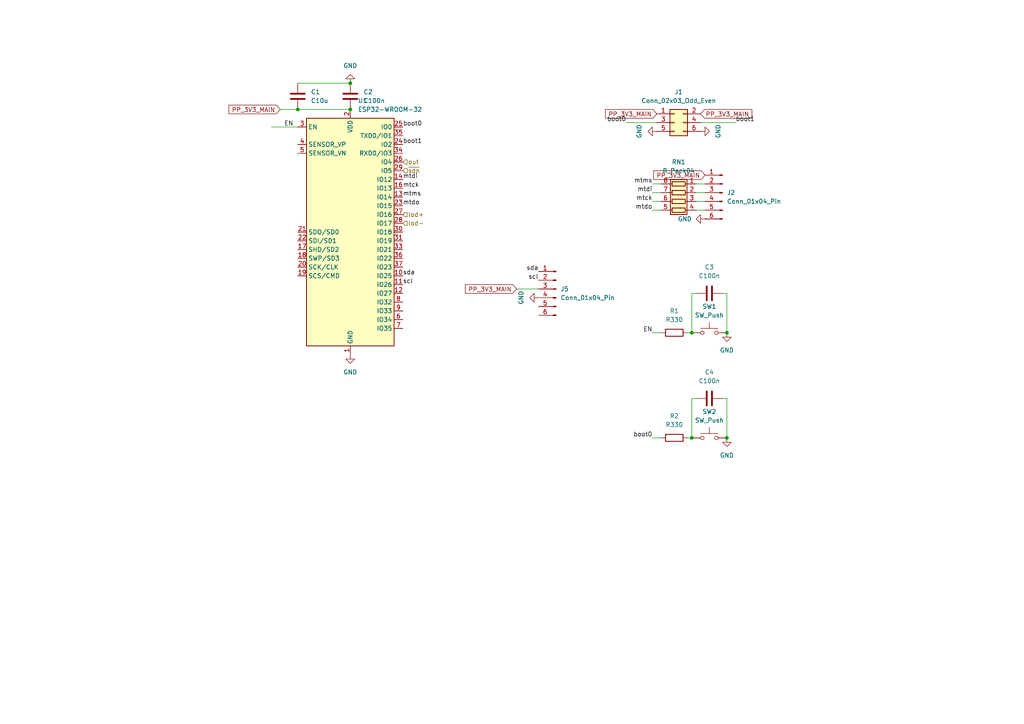
<source format=kicad_sch>
(kicad_sch (version 20231120) (generator "eeschema") (generator_version "8.0")
  (paper "A4")
  (lib_symbols
    (symbol "Connector:Conn_01x06_Pin" (pin_names (offset 1.016) hide)
      (property "Reference" "J" (at 0 7.62 0))
      (property "Value" "Conn_01x06_Pin" (at 0 -10.16 0))
      (symbol "Conn_01x06_Pin_1_1"
        (polyline (pts (xy 1.27 -7.62) (xy 0.8636 -7.62)) (stroke (width 0.1524)))
        (polyline (pts (xy 1.27 -5.08) (xy 0.8636 -5.08)) (stroke (width 0.1524)))
        (polyline (pts (xy 1.27 -2.54) (xy 0.8636 -2.54)) (stroke (width 0.1524)))
        (polyline (pts (xy 1.27 0) (xy 0.8636 0)) (stroke (width 0.1524)))
        (polyline (pts (xy 1.27 2.54) (xy 0.8636 2.54)) (stroke (width 0.1524)))
        (polyline (pts (xy 1.27 5.08) (xy 0.8636 5.08)) (stroke (width 0.1524)))
        (rectangle (start 0.8636 -7.493) (end 0 -7.747) (stroke (width 0.1524)) (fill (type outline)))
        (rectangle (start 0.8636 -4.953) (end 0 -5.207) (stroke (width 0.1524)) (fill (type outline)))
        (rectangle (start 0.8636 -2.413) (end 0 -2.667) (stroke (width 0.1524)) (fill (type outline)))
        (rectangle (start 0.8636 0.127) (end 0 -0.127) (stroke (width 0.1524)) (fill (type outline)))
        (rectangle (start 0.8636 2.667) (end 0 2.413) (stroke (width 0.1524)) (fill (type outline)))
        (rectangle (start 0.8636 5.207) (end 0 4.953) (stroke (width 0.1524)) (fill (type outline)))
        (pin passive line (at 5.08 5.08 180) (length 3.81) (name "Pin_1") (number "1"))
        (pin passive line (at 5.08 2.54 180) (length 3.81) (name "Pin_2") (number "2"))
        (pin passive line (at 5.08 0 180) (length 3.81) (name "Pin_3") (number "3"))
        (pin passive line (at 5.08 -2.54 180) (length 3.81) (name "Pin_4") (number "4"))
        (pin passive line (at 5.08 -5.08 180) (length 3.81) (name "Pin_5") (number "5"))
        (pin passive line (at 5.08 -7.62 180) (length 3.81) (name "Pin_6") (number "6"))
      )
    )
    (symbol "Connector_Generic:Conn_02x03_Odd_Even" (pin_names (offset 1.016) hide)
      (property "Reference" "J" (at 1.27 5.08 0))
      (property "Value" "Conn_02x03_Odd_Even" (at 1.27 -5.08 0))
      (symbol "Conn_02x03_Odd_Even_1_1"
        (rectangle (start -1.27 -2.413) (end 0 -2.667) (stroke (width 0.1524)))
        (rectangle (start -1.27 0.127) (end 0 -0.127) (stroke (width 0.1524)))
        (rectangle (start -1.27 2.667) (end 0 2.413) (stroke (width 0.1524)))
        (rectangle (start -1.27 3.81) (end 3.81 -3.81) (stroke (width 0.254)) (fill (type background)))
        (rectangle (start 3.81 -2.413) (end 2.54 -2.667) (stroke (width 0.1524)))
        (rectangle (start 3.81 0.127) (end 2.54 -0.127) (stroke (width 0.1524)))
        (rectangle (start 3.81 2.667) (end 2.54 2.413) (stroke (width 0.1524)))
        (pin passive line (at -5.08 2.54 0) (length 3.81) (name "Pin_1") (number "1"))
        (pin passive line (at 7.62 2.54 180) (length 3.81) (name "Pin_2") (number "2"))
        (pin passive line (at -5.08 0 0) (length 3.81) (name "Pin_3") (number "3"))
        (pin passive line (at 7.62 0 180) (length 3.81) (name "Pin_4") (number "4"))
        (pin passive line (at -5.08 -2.54 0) (length 3.81) (name "Pin_5") (number "5"))
        (pin passive line (at 7.62 -2.54 180) (length 3.81) (name "Pin_6") (number "6"))
      )
    )
    (symbol "Device:C" (pin_numbers hide) (pin_names (offset 0.254))
      (property "Reference" "C" (at 0.635 2.54 0))
      (property "Value" "C" (at 0.635 -2.54 0))
      (symbol "C_0_1"
        (polyline (pts (xy -2.032 -0.762) (xy 2.032 -0.762)) (stroke (width 0.508)))
        (polyline (pts (xy -2.032 0.762) (xy 2.032 0.762)) (stroke (width 0.508)))
      )
      (symbol "C_1_1"
        (pin passive line (at 0 3.81 270) (length 2.794) (name "~") (number "1"))
        (pin passive line (at 0 -3.81 90) (length 2.794) (name "~") (number "2"))
      )
    )
    (symbol "Device:R" (pin_numbers hide) (pin_names (offset 0))
      (property "Reference" "R" (at 2.032 0 90))
      (property "Value" "R" (at 0 0 90))
      (symbol "R_0_1"
        (rectangle (start -1.016 -2.54) (end 1.016 2.54) (stroke (width 0.254)))
      )
      (symbol "R_1_1"
        (pin passive line (at 0 3.81 270) (length 1.27) (name "~") (number "1"))
        (pin passive line (at 0 -3.81 90) (length 1.27) (name "~") (number "2"))
      )
    )
    (symbol "Device:R_Pack04" (pin_names (offset 0) hide)
      (property "Reference" "RN" (at -7.62 0 90))
      (property "Value" "R_Pack04" (at 5.08 0 90))
      (symbol "R_Pack04_0_1"
        (rectangle (start -6.35 -2.413) (end 3.81 2.413) (stroke (width 0.254)) (fill (type background)))
        (rectangle (start -5.715 1.905) (end -4.445 -1.905) (stroke (width 0.254)))
        (rectangle (start -3.175 1.905) (end -1.905 -1.905) (stroke (width 0.254)))
        (rectangle (start -0.635 1.905) (end 0.635 -1.905) (stroke (width 0.254)))
        (polyline (pts (xy -5.08 -2.54) (xy -5.08 -1.905)))
        (polyline (pts (xy -5.08 1.905) (xy -5.08 2.54)))
        (polyline (pts (xy -2.54 -2.54) (xy -2.54 -1.905)))
        (polyline (pts (xy -2.54 1.905) (xy -2.54 2.54)))
        (polyline (pts (xy 0 -2.54) (xy 0 -1.905)))
        (polyline (pts (xy 0 1.905) (xy 0 2.54)))
        (polyline (pts (xy 2.54 -2.54) (xy 2.54 -1.905)))
        (polyline (pts (xy 2.54 1.905) (xy 2.54 2.54)))
        (rectangle (start 1.905 1.905) (end 3.175 -1.905) (stroke (width 0.254)))
      )
      (symbol "R_Pack04_1_1"
        (pin passive line (at -5.08 -5.08 90) (length 2.54) (name "R1.1") (number "1"))
        (pin passive line (at -2.54 -5.08 90) (length 2.54) (name "R2.1") (number "2"))
        (pin passive line (at 0 -5.08 90) (length 2.54) (name "R3.1") (number "3"))
        (pin passive line (at 2.54 -5.08 90) (length 2.54) (name "R4.1") (number "4"))
        (pin passive line (at 2.54 5.08 270) (length 2.54) (name "R4.2") (number "5"))
        (pin passive line (at 0 5.08 270) (length 2.54) (name "R3.2") (number "6"))
        (pin passive line (at -2.54 5.08 270) (length 2.54) (name "R2.2") (number "7"))
        (pin passive line (at -5.08 5.08 270) (length 2.54) (name "R1.2") (number "8"))
      )
    )
    (symbol "RF_Module:ESP32-WROOM-32"
      (property "Reference" "U" (at -12.7 34.29 0))
      (property "Value" "ESP32-WROOM-32" (at 1.27 34.29 0))
      (symbol "ESP32-WROOM-32_0_1"
        (rectangle (start -12.7 33.02) (end 12.7 -33.02) (stroke (width 0.254)) (fill (type background)))
      )
      (symbol "ESP32-WROOM-32_1_1"
        (pin power_in line (at 0 -35.56 90) (length 2.54) (name "GND") (number "1"))
        (pin bidirectional line (at 15.24 -12.7 180) (length 2.54) (name "IO25") (number "10"))
        (pin bidirectional line (at 15.24 -15.24 180) (length 2.54) (name "IO26") (number "11"))
        (pin bidirectional line (at 15.24 -17.78 180) (length 2.54) (name "IO27") (number "12"))
        (pin bidirectional line (at 15.24 10.16 180) (length 2.54) (name "IO14") (number "13"))
        (pin bidirectional line (at 15.24 15.24 180) (length 2.54) (name "IO12") (number "14"))
        (pin passive line (at 0 -35.56 90) (length 2.54) hide (name "GND") (number "15"))
        (pin bidirectional line (at 15.24 12.7 180) (length 2.54) (name "IO13") (number "16"))
        (pin bidirectional line (at -15.24 -5.08 0) (length 2.54) (name "SHD/SD2") (number "17"))
        (pin bidirectional line (at -15.24 -7.62 0) (length 2.54) (name "SWP/SD3") (number "18"))
        (pin bidirectional line (at -15.24 -12.7 0) (length 2.54) (name "SCS/CMD") (number "19"))
        (pin power_in line (at 0 35.56 270) (length 2.54) (name "VDD") (number "2"))
        (pin bidirectional line (at -15.24 -10.16 0) (length 2.54) (name "SCK/CLK") (number "20"))
        (pin bidirectional line (at -15.24 0 0) (length 2.54) (name "SDO/SD0") (number "21"))
        (pin bidirectional line (at -15.24 -2.54 0) (length 2.54) (name "SDI/SD1") (number "22"))
        (pin bidirectional line (at 15.24 7.62 180) (length 2.54) (name "IO15") (number "23"))
        (pin bidirectional line (at 15.24 25.4 180) (length 2.54) (name "IO2") (number "24"))
        (pin bidirectional line (at 15.24 30.48 180) (length 2.54) (name "IO0") (number "25"))
        (pin bidirectional line (at 15.24 20.32 180) (length 2.54) (name "IO4") (number "26"))
        (pin bidirectional line (at 15.24 5.08 180) (length 2.54) (name "IO16") (number "27"))
        (pin bidirectional line (at 15.24 2.54 180) (length 2.54) (name "IO17") (number "28"))
        (pin bidirectional line (at 15.24 17.78 180) (length 2.54) (name "IO5") (number "29"))
        (pin input line (at -15.24 30.48 0) (length 2.54) (name "EN") (number "3"))
        (pin bidirectional line (at 15.24 0 180) (length 2.54) (name "IO18") (number "30"))
        (pin bidirectional line (at 15.24 -2.54 180) (length 2.54) (name "IO19") (number "31"))
        (pin no_connect line (at -12.7 -27.94 0) (length 2.54) hide (name "NC") (number "32"))
        (pin bidirectional line (at 15.24 -5.08 180) (length 2.54) (name "IO21") (number "33"))
        (pin bidirectional line (at 15.24 22.86 180) (length 2.54) (name "RXD0/IO3") (number "34"))
        (pin bidirectional line (at 15.24 27.94 180) (length 2.54) (name "TXD0/IO1") (number "35"))
        (pin bidirectional line (at 15.24 -7.62 180) (length 2.54) (name "IO22") (number "36"))
        (pin bidirectional line (at 15.24 -10.16 180) (length 2.54) (name "IO23") (number "37"))
        (pin passive line (at 0 -35.56 90) (length 2.54) hide (name "GND") (number "38"))
        (pin passive line (at 0 -35.56 90) (length 2.54) hide (name "GND") (number "39"))
        (pin input line (at -15.24 25.4 0) (length 2.54) (name "SENSOR_VP") (number "4"))
        (pin input line (at -15.24 22.86 0) (length 2.54) (name "SENSOR_VN") (number "5"))
        (pin input line (at 15.24 -25.4 180) (length 2.54) (name "IO34") (number "6"))
        (pin input line (at 15.24 -27.94 180) (length 2.54) (name "IO35") (number "7"))
        (pin bidirectional line (at 15.24 -20.32 180) (length 2.54) (name "IO32") (number "8"))
        (pin bidirectional line (at 15.24 -22.86 180) (length 2.54) (name "IO33") (number "9"))
      )
    )
    (symbol "Switch:SW_Push" (pin_numbers hide) (pin_names (offset 1.016) hide)
      (property "Reference" "SW" (at 1.27 2.54 0))
      (property "Value" "SW_Push" (at 0 -1.524 0))
      (symbol "SW_Push_0_1"
        (circle (center -2.032 0) (radius 0.508))
        (polyline (pts (xy 0 1.27) (xy 0 3.048)))
        (polyline (pts (xy 2.54 1.27) (xy -2.54 1.27)))
        (circle (center 2.032 0) (radius 0.508))
        (pin passive line (at -5.08 0 0) (length 2.54) (name "1") (number "1"))
        (pin passive line (at 5.08 0 180) (length 2.54) (name "2") (number "2"))
      )
    )
    (symbol "power:GND" (power) (pin_numbers hide) (pin_names (offset 0) hide)
      (property "Value" "GND" (at 0 -3.81 0))
      (symbol "GND_0_1"
        (polyline (pts (xy 0 0) (xy 0 -1.27) (xy 1.27 -1.27) (xy 0 -2.54) (xy -1.27 -1.27) (xy 0 -1.27)))
      )
      (symbol "GND_1_1"
        (pin power_in line (at 0 0 270) (length 0) (name "~") (number "1"))
      )
    )
  )
  (junction (at 101.6 31.75))
  (junction (at 200.66 127))
  (junction (at 210.82 127))
  (junction (at 210.82 96.52))
  (junction (at 200.66 96.52))
  (junction (at 86.36 31.75))
  (junction (at 101.6 24.13))
  (wire (pts (xy 201.93 115.57) (xy 200.66 115.57)))
  (wire (pts (xy 81.28 31.75) (xy 86.36 31.75)))
  (wire (pts (xy 181.61 35.56) (xy 190.5 35.56)))
  (wire (pts (xy 210.82 115.57) (xy 210.82 127)))
  (wire (pts (xy 86.36 31.75) (xy 101.6 31.75)))
  (wire (pts (xy 149.86 83.82) (xy 156.21 83.82)))
  (wire (pts (xy 189.23 127) (xy 191.77 127)))
  (wire (pts (xy 189.23 60.96) (xy 191.77 60.96)))
  (wire (pts (xy 189.23 53.34) (xy 191.77 53.34)))
  (wire (pts (xy 209.55 115.57) (xy 210.82 115.57)))
  (wire (pts (xy 209.55 85.09) (xy 210.82 85.09)))
  (wire (pts (xy 78.74 36.83) (xy 86.36 36.83)))
  (wire (pts (xy 201.93 53.34) (xy 204.47 53.34)))
  (wire (pts (xy 200.66 85.09) (xy 200.66 96.52)))
  (wire (pts (xy 213.36 35.56) (xy 203.2 35.56)))
  (wire (pts (xy 210.82 85.09) (xy 210.82 96.52)))
  (wire (pts (xy 201.93 55.88) (xy 204.47 55.88)))
  (wire (pts (xy 201.93 85.09) (xy 200.66 85.09)))
  (wire (pts (xy 86.36 24.13) (xy 101.6 24.13)))
  (wire (pts (xy 189.23 55.88) (xy 191.77 55.88)))
  (wire (pts (xy 189.23 58.42) (xy 191.77 58.42)))
  (wire (pts (xy 201.93 58.42) (xy 204.47 58.42)))
  (wire (pts (xy 199.39 96.52) (xy 200.66 96.52)))
  (wire (pts (xy 201.93 60.96) (xy 204.47 60.96)))
  (wire (pts (xy 189.23 96.52) (xy 191.77 96.52)))
  (wire (pts (xy 199.39 127) (xy 200.66 127)))
  (wire (pts (xy 200.66 115.57) (xy 200.66 127)))
  (label "EN" (at 85.09 36.83 180))
  (label "scl" (at 116.84 82.55 0))
  (label "mtms" (at 116.84 57.15 0))
  (label "mtms" (at 189.23 53.34 180))
  (label "mtck" (at 116.84 54.61 0))
  (label "mtdo" (at 189.23 60.96 180))
  (label "boot0" (at 181.61 35.56 180))
  (label "mtck" (at 189.23 58.42 180))
  (label "mtdo" (at 116.84 59.69 0))
  (label "boot1" (at 213.36 35.56 0))
  (label "boot0" (at 116.84 36.83 0))
  (label "sda" (at 156.21 78.74 180))
  (label "boot0" (at 189.23 127 180))
  (label "mtdi" (at 189.23 55.88 180))
  (label "EN" (at 189.23 96.52 180))
  (label "boot1" (at 116.84 41.91 0))
  (label "mtdi" (at 116.84 52.07 0))
  (label "sda" (at 116.84 80.01 0))
  (label "scl" (at 156.21 81.28 180))
  (global_label "PP_3V3_MAIN" (shape input) (at 204.47 50.8 180) (property "Intersheetrefs" "${INTERSHEET_REFS}" (effects (hide yes))))
  (global_label "PP_3V3_MAIN" (shape input) (at 149.86 83.82 180) (property "Intersheetrefs" "${INTERSHEET_REFS}" (effects (hide yes))))
  (global_label "PP_3V3_MAIN" (shape input) (at 190.5 33.02 180) (property "Intersheetrefs" "${INTERSHEET_REFS}" (effects (hide yes))))
  (global_label "PP_3V3_MAIN" (shape input) (at 81.28 31.75 180) (property "Intersheetrefs" "${INTERSHEET_REFS}" (effects (hide yes))))
  (global_label "PP_3V3_MAIN" (shape input) (at 203.2 33.02 0) (property "Intersheetrefs" "${INTERSHEET_REFS}" (effects (hide yes))))
  (hierarchical_label "lod+" (shape input) (at 116.84 62.23 0))
  (hierarchical_label "~{sdn}" (shape input) (at 116.84 49.53 0))
  (hierarchical_label "out" (shape input) (at 116.84 46.99 0))
  (hierarchical_label "lod-" (shape input) (at 116.84 64.77 0))
  (symbol (lib_id "power:GND") (at 204.47 63.5 270) (unit 1)
    (property "Reference" "#PWR05" (effects (hide yes)))
    (property "Value" "GND" (at 200.66 63.4999 90) (effects (justify right)))
    (property "Description" "Power symbol creates a global label with name \"GND\" , ground" (effects (hide yes)))
  )
  (symbol (lib_id "RF_Module:ESP32-WROOM-32") (at 101.6 67.31 0) (unit 1)
    (property "Reference" "U1" (at 103.7941 29.21 0) (effects (justify left)))
    (property "Value" "ESP32-WROOM-32" (at 103.7941 31.75 0) (effects (justify left)))
    (property "Footprint" "RF_Module:ESP32-WROOM-32" (effects (hide yes)))
    (property "Datasheet" "https://www.espressif.com/sites/default/files/documentation/esp32-wroom-32_datasheet_en.pdf" (effects (hide yes)))
    (property "Description" "RF Module, ESP32-D0WDQ6 SoC, Wi-Fi 802.11b/g/n, Bluetooth, BLE, 32-bit, 2.7-3.6V, onboard antenna, SMD" (effects (hide yes)))
    (property "LCSC" " C82899" (effects (hide yes)))
  )
  (symbol (lib_id "power:GND") (at 101.6 24.13 180) (unit 1)
    (property "Reference" "#PWR01" (effects (hide yes)))
    (property "Value" "GND" (at 101.6 19.05 0))
    (property "Description" "Power symbol creates a global label with name \"GND\" , ground" (effects (hide yes)))
  )
  (symbol (lib_id "Connector:Conn_01x06_Pin") (at 209.55 55.88 0) (mirror y) (unit 1)
    (property "Reference" "J2" (at 210.82 55.8799 0) (effects (justify right)))
    (property "Value" "Conn_01x04_Pin" (at 210.82 58.4199 0) (effects (justify right)))
    (property "Footprint" "Connector_PinHeader_2.54mm:PinHeader_1x06_P2.54mm_Vertical_SMD_Pin1Left" (effects (hide yes)))
    (property "Description" "Generic connector, single row, 01x06, script generated" (effects (hide yes)))
    (property "LCSC" "C2883763" (effects (hide yes)))
  )
  (symbol (lib_id "power:GND") (at 210.82 96.52 0) (unit 1)
    (property "Reference" "#PWR06" (effects (hide yes)))
    (property "Value" "GND" (at 210.82 101.6 0))
    (property "Description" "Power symbol creates a global label with name \"GND\" , ground" (effects (hide yes)))
  )
  (symbol (lib_id "power:GND") (at 190.5 38.1 270) (unit 1)
    (property "Reference" "#PWR03" (effects (hide yes)))
    (property "Value" "GND" (at 185.42 38.1 0))
    (property "Description" "Power symbol creates a global label with name \"GND\" , ground" (effects (hide yes)))
  )
  (symbol (lib_id "Switch:SW_Push") (at 205.74 96.52 0) (unit 1)
    (property "Reference" "SW1" (at 205.74 88.9 0))
    (property "Value" "SW_Push" (at 205.74 91.44 0))
    (property "Footprint" "Button_Switch_SMD:SW_SPST_B3SL-1022P" (effects (hide yes)))
    (property "Description" "Push button switch, generic, two pins" (effects (hide yes)))
    (property "LCSC" "C86708" (effects (hide yes)))
  )
  (symbol (lib_id "Device:C") (at 205.74 115.57 90) (unit 1)
    (property "Reference" "C4" (at 205.74 107.95 90))
    (property "Value" "C100n" (at 205.74 110.49 90))
    (property "Footprint" "Capacitor_SMD:C_0402_1005Metric" (effects (hide yes)))
    (property "Description" "Unpolarized capacitor" (effects (hide yes)))
    (property "LCSC" "C60474" (effects (hide yes)))
  )
  (symbol (lib_id "power:GND") (at 203.2 38.1 90) (unit 1)
    (property "Reference" "#PWR04" (effects (hide yes)))
    (property "Value" "GND" (at 208.28 38.1 0))
    (property "Description" "Power symbol creates a global label with name \"GND\" , ground" (effects (hide yes)))
  )
  (symbol (lib_id "Device:R") (at 195.58 127 90) (unit 1)
    (property "Reference" "R2" (at 195.58 120.65 90))
    (property "Value" "R330" (at 195.58 123.19 90))
    (property "Footprint" "Capacitor_SMD:C_0402_1005Metric" (effects (hide yes)))
    (property "Description" "Resistor" (effects (hide yes)))
    (property "LCSC" "C12246" (effects (hide yes)))
  )
  (symbol (lib_id "power:GND") (at 210.82 127 0) (unit 1)
    (property "Reference" "#PWR07" (effects (hide yes)))
    (property "Value" "GND" (at 210.82 132.08 0))
    (property "Description" "Power symbol creates a global label with name \"GND\" , ground" (effects (hide yes)))
  )
  (symbol (lib_id "Connector:Conn_01x06_Pin") (at 161.29 83.82 0) (mirror y) (unit 1)
    (property "Reference" "J5" (at 162.56 83.8199 0) (effects (justify right)))
    (property "Value" "Conn_01x04_Pin" (at 162.56 86.3599 0) (effects (justify right)))
    (property "Footprint" "Connector_PinHeader_2.54mm:PinHeader_1x06_P2.54mm_Vertical_SMD_Pin1Left" (effects (hide yes)))
    (property "Description" "Generic connector, single row, 01x06, script generated" (effects (hide yes)))
    (property "LCSC" "C2883763" (effects (hide yes)))
  )
  (symbol (lib_id "Switch:SW_Push") (at 205.74 127 0) (unit 1)
    (property "Reference" "SW2" (at 205.74 119.38 0))
    (property "Value" "SW_Push" (at 205.74 121.92 0))
    (property "Footprint" "Button_Switch_SMD:SW_SPST_B3SL-1022P" (effects (hide yes)))
    (property "Description" "Push button switch, generic, two pins" (effects (hide yes)))
    (property "LCSC" "C86708" (effects (hide yes)))
  )
  (symbol (lib_id "Device:C") (at 205.74 85.09 90) (unit 1)
    (property "Reference" "C3" (at 205.74 77.47 90))
    (property "Value" "C100n" (at 205.74 80.01 90))
    (property "Footprint" "Capacitor_SMD:C_0402_1005Metric" (effects (hide yes)))
    (property "Description" "Unpolarized capacitor" (effects (hide yes)))
    (property "LCSC" "C60474" (effects (hide yes)))
  )
  (symbol (lib_id "power:GND") (at 101.6 102.87 0) (mirror y) (unit 1)
    (property "Reference" "#PWR02" (effects (hide yes)))
    (property "Value" "GND" (at 101.6 107.95 0))
    (property "Description" "Power symbol creates a global label with name \"GND\" , ground" (effects (hide yes)))
  )
  (symbol (lib_id "Connector_Generic:Conn_02x03_Odd_Even") (at 195.58 35.56 0) (unit 1)
    (property "Reference" "J1" (at 196.85 26.67 0))
    (property "Value" "Conn_02x03_Odd_Even" (at 196.85 29.21 0))
    (property "Footprint" "Connector_PinHeader_2.54mm:PinHeader_2x03_P2.54mm_Vertical_SMD" (effects (hide yes)))
    (property "Description" "Generic connector, double row, 02x03, odd/even pin numbering scheme (row 1 odd numbers, row 2 even numbers), script generated (kicad-library-utils/schlib/autogen/connector/)" (effects (hide yes)))
    (property "LCSC" "C192301" (effects (hide yes)))
  )
  (symbol (lib_id "Device:R") (at 195.58 96.52 90) (unit 1)
    (property "Reference" "R1" (at 195.58 90.17 90))
    (property "Value" "R330" (at 195.58 92.71 90))
    (property "Footprint" "Capacitor_SMD:C_0402_1005Metric" (effects (hide yes)))
    (property "Description" "Resistor" (effects (hide yes)))
    (property "LCSC" "C12246" (effects (hide yes)))
  )
  (symbol (lib_id "Device:C") (at 101.6 27.94 0) (unit 1)
    (property "Reference" "C2" (at 105.41 26.6699 0) (effects (justify left)))
    (property "Value" "C100n" (at 105.41 29.2099 0) (effects (justify left)))
    (property "Footprint" "Capacitor_SMD:C_0402_1005Metric" (effects (hide yes)))
    (property "Description" "Unpolarized capacitor" (effects (hide yes)))
    (property "LCSC" "C60474" (effects (hide yes)))
  )
  (symbol (lib_id "Device:C") (at 86.36 27.94 0) (unit 1)
    (property "Reference" "C1" (at 90.17 26.6699 0) (effects (justify left)))
    (property "Value" "C10u" (at 90.17 29.2099 0) (effects (justify left)))
    (property "Footprint" "Capacitor_SMD:C_0402_1005Metric" (effects (hide yes)))
    (property "Description" "Unpolarized capacitor" (effects (hide yes)))
    (property "LCSC" " C15525" (effects (hide yes)))
  )
  (symbol (lib_id "Device:R_Pack04") (at 196.85 58.42 90) (mirror x) (unit 1)
    (property "Reference" "RN1" (at 196.85 46.99 90))
    (property "Value" "R_Pack04" (at 196.85 49.53 90))
    (property "Footprint" "Resistor_SMD:R_Array_Concave_4x0603" (effects (hide yes)))
    (property "Description" "4 resistor network, parallel topology" (effects (hide yes)))
    (property "LCSC" "C29719" (effects (hide yes)))
  )
  (symbol (lib_id "power:GND") (at 156.21 86.36 270) (mirror x) (unit 1)
    (property "Reference" "#PWR017" (effects (hide yes)))
    (property "Value" "GND" (at 151.13 86.36 0))
    (property "Description" "Power symbol creates a global label with name \"GND\" , ground" (effects (hide yes)))
  )
)
</source>
